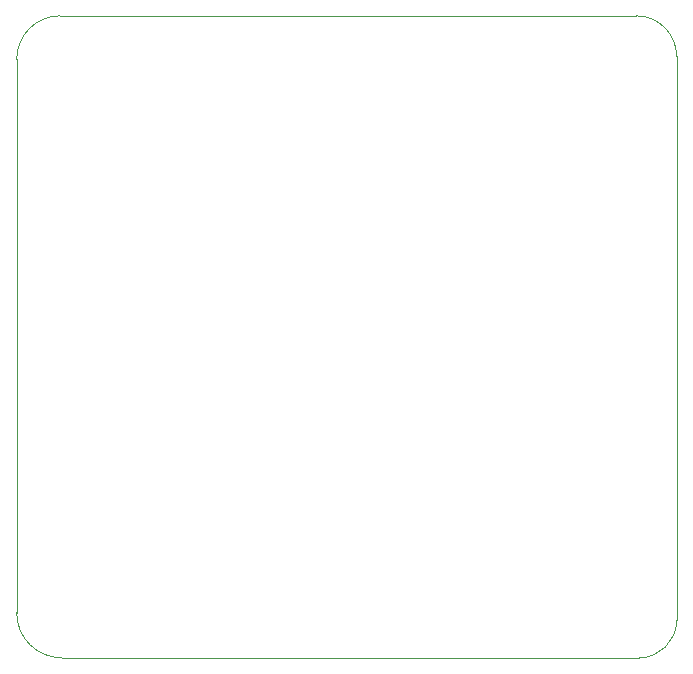
<source format=gbr>
G04*
G04 #@! TF.GenerationSoftware,Altium Limited,Altium Designer,23.3.1 (30)*
G04*
G04 Layer_Color=0*
%FSLAX25Y25*%
%MOIN*%
G70*
G04*
G04 #@! TF.SameCoordinates,DDE6331C-4F95-4F18-AA14-E53DA5D8DD09*
G04*
G04*
G04 #@! TF.FilePolarity,Positive*
G04*
G01*
G75*
%ADD76C,0.00100*%
D76*
X161000Y103500D02*
X353500Y103500D01*
D02*
G03*
X366000Y116000I-0J12500D01*
G01*
Y304000D01*
D02*
G03*
X352500Y317500I-13500J-0D01*
G01*
X160500D01*
D02*
G03*
X146000Y303000I-0J-14500D01*
G01*
Y118500D01*
D02*
G03*
X161000Y103500I15000J0D01*
G01*
M02*

</source>
